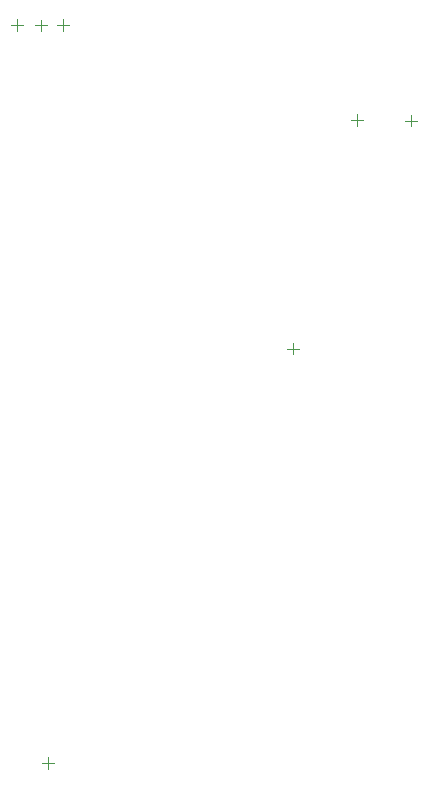
<source format=gbr>
%TF.GenerationSoftware,Altium Limited,Altium Designer,23.6.0 (18)*%
G04 Layer_Color=0*
%FSLAX45Y45*%
%MOMM*%
%TF.SameCoordinates,8B2A78E3-6762-467B-82E4-ABAB87B9FA14*%
%TF.FilePolarity,Positive*%
%TF.FileFunction,Other,Top_Component_Center*%
%TF.Part,Single*%
G01*
G75*
%TA.AperFunction,NonConductor*%
%ADD114C,0.10000*%
D114*
X6615000Y14410001D02*
X6715000D01*
X6665000Y14360001D02*
Y14460001D01*
X6160000Y14412500D02*
X6260000D01*
X6210000Y14362500D02*
Y14462500D01*
X3672500Y15217500D02*
X3772500D01*
X3722500Y15167500D02*
Y15267500D01*
X5665300Y12429500D02*
Y12529500D01*
X5615300Y12479500D02*
X5715300D01*
X3545839Y8972911D02*
X3645839D01*
X3595839Y8922911D02*
Y9022911D01*
X3277500Y15217500D02*
X3377500D01*
X3327500Y15167500D02*
Y15267500D01*
X3482500Y15214999D02*
X3582500D01*
X3532500Y15164999D02*
Y15264999D01*
%TF.MD5,539f56e4f3842d7b55a23fb4e31f3a5f*%
M02*

</source>
